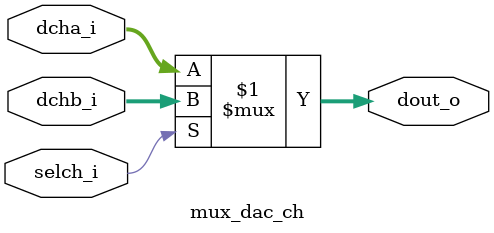
<source format=v>

module mux_dac_ch #(
  parameter Width = 16
) (
  input               selch_i,
  input   [Width-1:0] dcha_i,
  input   [Width-1:0] dchb_i,
  output  [Width-1:0] dout_o
);

  assign dout_o = selch_i ? dchb_i : dcha_i;
endmodule
</source>
